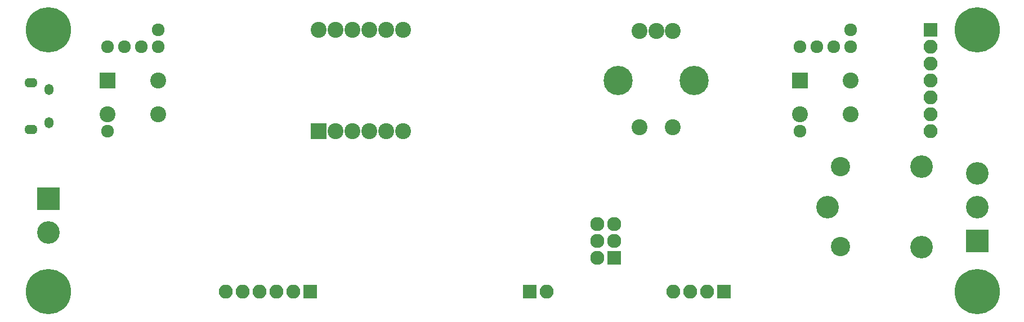
<source format=gbs>
G04 #@! TF.FileFunction,Soldermask,Bot*
%FSLAX46Y46*%
G04 Gerber Fmt 4.6, Leading zero omitted, Abs format (unit mm)*
G04 Created by KiCad (PCBNEW 4.0.7-e2-6376~58~ubuntu16.04.1) date Fri Oct 20 12:03:34 2017*
%MOMM*%
%LPD*%
G01*
G04 APERTURE LIST*
%ADD10C,0.100000*%
%ADD11C,2.900000*%
%ADD12C,3.400000*%
%ADD13R,2.432000X2.432000*%
%ADD14C,2.400000*%
%ADD15R,2.127200X2.127200*%
%ADD16O,2.127200X2.127200*%
%ADD17R,3.400000X3.400000*%
%ADD18C,1.924000*%
%ADD19R,2.400000X2.400000*%
%ADD20R,2.100000X2.100000*%
%ADD21O,2.100000X2.100000*%
%ADD22O,1.350000X1.650000*%
%ADD23O,1.950000X1.400000*%
%ADD24C,4.400000*%
%ADD25C,6.800000*%
G04 APERTURE END LIST*
D10*
D11*
X124206000Y23876000D03*
D12*
X136406000Y23876000D03*
X136456000Y11826000D03*
D11*
X124206000Y11876000D03*
D12*
X122256000Y17826000D03*
D13*
X45720000Y29210000D03*
D14*
X48260000Y29210000D03*
X50800000Y29210000D03*
X53340000Y29210000D03*
X55880000Y29210000D03*
X58420000Y29210000D03*
X53340000Y44450000D03*
X55880000Y44450000D03*
X45720000Y44450000D03*
X48260000Y44450000D03*
X58420000Y44450000D03*
X50800000Y44450000D03*
D15*
X90170000Y10160000D03*
D16*
X87630000Y10160000D03*
X90170000Y12700000D03*
X87630000Y12700000D03*
X90170000Y15240000D03*
X87630000Y15240000D03*
D17*
X144780000Y12700000D03*
D12*
X144780000Y17780000D03*
X144780000Y22860000D03*
D17*
X5080000Y19050000D03*
D12*
X5080000Y13970000D03*
D18*
X13970000Y29210000D03*
X13970000Y41910000D03*
X16510000Y41910000D03*
X19050000Y41910000D03*
X21590000Y41910000D03*
D14*
X21590000Y36830000D03*
X21590000Y31750000D03*
X13970000Y31750000D03*
D19*
X13970000Y36830000D03*
D18*
X21590000Y44450000D03*
D20*
X77470000Y5080000D03*
D21*
X80010000Y5080000D03*
D18*
X118110000Y29210000D03*
X118110000Y41910000D03*
X120650000Y41910000D03*
X123190000Y41910000D03*
X125730000Y41910000D03*
D14*
X125730000Y36830000D03*
X125730000Y31750000D03*
X118110000Y31750000D03*
D19*
X118110000Y36830000D03*
D18*
X125730000Y44450000D03*
D20*
X44450000Y5080000D03*
D21*
X41910000Y5080000D03*
X39370000Y5080000D03*
X36830000Y5080000D03*
X34290000Y5080000D03*
X31750000Y5080000D03*
D22*
X5160000Y35520000D03*
X5160000Y30520000D03*
D23*
X2460000Y36520000D03*
X2460000Y29520000D03*
D24*
X102220000Y36830000D03*
D14*
X94020000Y29830000D03*
X94020000Y44330000D03*
X96520000Y44330000D03*
X99020000Y44330000D03*
X99020000Y29830000D03*
D24*
X90820000Y36830000D03*
D20*
X137795000Y44450000D03*
D21*
X137795000Y41910000D03*
X137795000Y39370000D03*
X137795000Y36830000D03*
X137795000Y34290000D03*
X137795000Y31750000D03*
X137795000Y29210000D03*
D25*
X5080000Y44450000D03*
X5080000Y5080000D03*
X144780000Y5080000D03*
X144780000Y44450000D03*
D20*
X106680000Y5080000D03*
D21*
X104140000Y5080000D03*
X101600000Y5080000D03*
X99060000Y5080000D03*
M02*

</source>
